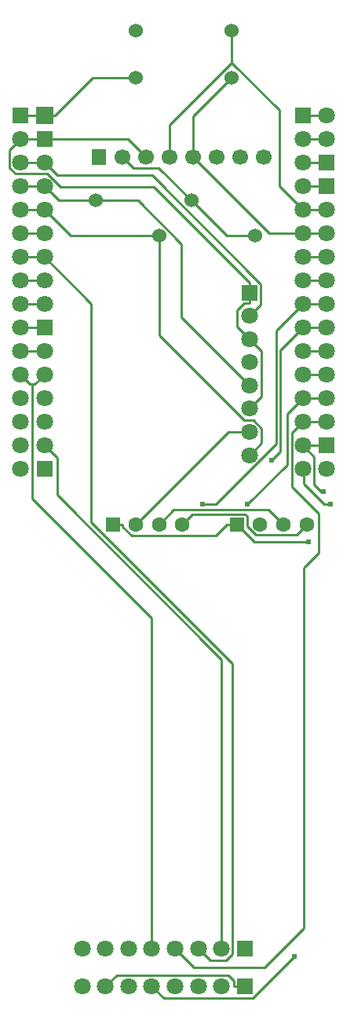
<source format=gbl>
G04 Layer: BottomLayer*
G04 EasyEDA v6.5.29, 2023-07-17 12:51:40*
G04 808404bb7cf74e47bcb3a87537bd774a,526de7724db94d99884824a7b7aad82a,10*
G04 Gerber Generator version 0.2*
G04 Scale: 100 percent, Rotated: No, Reflected: No *
G04 Dimensions in millimeters *
G04 leading zeros omitted , absolute positions ,4 integer and 5 decimal *
%FSLAX45Y45*%
%MOMM*%

%AMMACRO1*21,1,$1,$2,0,0,$3*%
%ADD10C,0.2540*%
%ADD11MACRO1,1.8X1.8X-90.0000*%
%ADD12R,1.8000X1.8000*%
%ADD13C,1.8000*%
%ADD14C,1.5240*%
%ADD15C,1.7000*%
%ADD16R,1.5748X1.7000*%
%ADD17R,1.7000X1.8000*%
%ADD18R,1.8000X1.7000*%
%ADD19C,1.6000*%
%ADD20R,1.6000X1.6000*%
%ADD21C,0.6100*%
%ADD22C,0.6096*%
%ADD23C,0.0164*%

%LPD*%
D10*
X3928872Y9221724D02*
G01*
X3759200Y9052052D01*
X3759200Y8508237D01*
X3329686Y8078723D01*
X2550668Y3289300D02*
G01*
X2753868Y3086100D01*
X3517900Y3086100D01*
X3937000Y3505200D01*
X3937000Y7391400D01*
X4102100Y7556500D01*
X4102100Y7975600D01*
X3810000Y8267700D01*
X3810000Y8849105D01*
X3928872Y8967724D01*
X3928798Y9221777D02*
G01*
X4188005Y9221777D01*
X3928798Y9983777D02*
G01*
X3689200Y9744179D01*
X3689200Y8646949D01*
X3594102Y8551852D01*
X3928798Y9983777D02*
G01*
X4188005Y9983777D01*
X3928798Y10237777D02*
G01*
X3640660Y9949639D01*
X3640660Y8729296D01*
X2990496Y8079132D01*
X2847317Y8079132D01*
X3928798Y10237777D02*
G01*
X4188005Y10237777D01*
X2300683Y2882900D02*
G01*
X2431615Y2751968D01*
X3386968Y2751968D01*
X3835400Y3200400D01*
X3928798Y10745777D02*
G01*
X4188005Y10745777D01*
X3928798Y8967777D02*
G01*
X4188005Y8967777D01*
X3928798Y9475777D02*
G01*
X4188005Y9475777D01*
X3928798Y9729777D02*
G01*
X4188005Y9729777D01*
X2743202Y11823727D02*
G01*
X3567153Y10999777D01*
X3928798Y10999777D01*
X3156612Y12674627D02*
G01*
X2743202Y12261217D01*
X2743202Y11823727D01*
X3928798Y10999777D02*
G01*
X4188005Y10999777D01*
X3969108Y7861302D02*
G01*
X3861005Y7753200D01*
X3419706Y7753200D01*
X3329713Y7843192D01*
X3329713Y7950761D01*
X3305990Y7974484D01*
X2740789Y7974484D01*
X2627607Y7861302D01*
X3161007Y12841277D02*
G01*
X2489202Y12169472D01*
X2489202Y11823727D01*
X3156612Y13182627D02*
G01*
X3156612Y12845671D01*
X3161007Y12841277D01*
X3928798Y11253777D02*
G01*
X3672944Y11509631D01*
X3672944Y12329340D01*
X3161007Y12841277D01*
X3928798Y11253777D02*
G01*
X4188005Y11253777D01*
X3719121Y7861302D02*
G01*
X3561361Y8019061D01*
X2535379Y8019061D01*
X2377620Y7861302D01*
X3928798Y12015777D02*
G01*
X4188005Y12015777D01*
X3928798Y12269777D02*
G01*
X4188005Y12269777D01*
X1011405Y9373034D02*
G01*
X1038252Y9373034D01*
X1140995Y9475777D01*
X881788Y9475777D02*
G01*
X984531Y9373034D01*
X1011405Y9373034D01*
X2300683Y3289302D02*
G01*
X2300683Y6850103D01*
X1011405Y8139381D01*
X1011405Y9373034D01*
X1140995Y10745777D02*
G01*
X1645211Y10241561D01*
X1645211Y7889471D01*
X3172487Y6362194D01*
X3172487Y3229333D01*
X3102841Y3159686D01*
X2930324Y3159686D01*
X2800708Y3289302D01*
X881788Y10745777D02*
G01*
X1140995Y10745777D01*
X881788Y9983777D02*
G01*
X1140995Y9983777D01*
X881788Y10237777D02*
G01*
X1140995Y10237777D01*
X881788Y10491777D02*
G01*
X1140995Y10491777D01*
X3050720Y3289302D02*
G01*
X3050720Y6406847D01*
X1277063Y8180504D01*
X1277063Y8577709D01*
X1140995Y8713777D01*
X881788Y10999777D02*
G01*
X1140995Y10999777D01*
X2380592Y10972802D02*
G01*
X1421970Y10972802D01*
X1140995Y11253777D01*
X3352802Y8609916D02*
G01*
X3486025Y8743139D01*
X3486025Y8896454D01*
X3397582Y8984896D01*
X3295779Y8984896D01*
X2380592Y9900084D01*
X2380592Y10972802D01*
X881788Y11253777D02*
G01*
X1140995Y11253777D01*
X1694792Y11353802D02*
G01*
X1294970Y11353802D01*
X1140995Y11507777D01*
X3352802Y9359902D02*
G01*
X2620520Y10092184D01*
X2620520Y10886823D01*
X2153541Y11353802D01*
X1694792Y11353802D01*
X881788Y11507777D02*
G01*
X1140995Y11507777D01*
X881788Y11761777D02*
G01*
X1140995Y11761777D01*
X3352802Y10109913D02*
G01*
X3472868Y10229979D01*
X3472868Y10455963D01*
X2302969Y11625861D01*
X1276911Y11625861D01*
X1140995Y11761777D01*
X3218919Y7861302D02*
G01*
X3111197Y7861302D01*
X3219122Y7861302D02*
G01*
X3218919Y7861302D01*
X881788Y12015777D02*
G01*
X763475Y11897464D01*
X763475Y11709021D01*
X828804Y11643692D01*
X1172085Y11643692D01*
X1311556Y11504221D01*
X2321384Y11504221D01*
X3352802Y10472803D01*
X881788Y12015777D02*
G01*
X1140995Y12015777D01*
X3352802Y10359900D02*
G01*
X3352802Y10472803D01*
X2235202Y11823727D02*
G01*
X2043153Y12015777D01*
X1140995Y12015777D01*
X3928798Y11507777D02*
G01*
X4188005Y11507777D01*
X3928798Y8713777D02*
G01*
X4188005Y8713777D01*
X3352802Y9859901D02*
G01*
X3484704Y9727999D01*
X3484704Y9241817D01*
X3352802Y9109915D01*
X3352802Y10246997D02*
G01*
X3296338Y10246997D01*
X3220900Y10171559D01*
X3220900Y9991803D01*
X3352802Y9859901D01*
X3352802Y10359900D02*
G01*
X3352802Y10246997D01*
X1877621Y7861302D02*
G01*
X1985520Y7861302D01*
X3111197Y7861302D02*
G01*
X2988210Y7738315D01*
X2081532Y7738315D01*
X1985520Y7834327D01*
X1985520Y7861302D01*
X1140995Y12269777D02*
G01*
X1258902Y12269777D01*
X1258902Y12269777D02*
G01*
X1663753Y12674627D01*
X2126592Y12674627D01*
X881788Y12269777D02*
G01*
X1140995Y12269777D01*
X1981202Y11823727D02*
G01*
X2101877Y11703052D01*
X2375562Y11703052D01*
X2724812Y11353802D01*
X3410612Y10972802D02*
G01*
X3105812Y10972802D01*
X2724812Y11353802D01*
X3928798Y11761777D02*
G01*
X4188005Y11761777D01*
X3300681Y2882902D02*
G01*
X3187778Y2882902D01*
X3187778Y2882902D02*
G01*
X3187778Y2939341D01*
X3123465Y3003654D01*
X1921461Y3003654D01*
X1800710Y2882902D01*
X2127608Y7861302D02*
G01*
X3126209Y8859903D01*
X3352802Y8859903D01*
X881788Y9729777D02*
G01*
X1140995Y9729777D01*
X3928798Y10491777D02*
G01*
X4188005Y10491777D01*
X3928877Y8713726D02*
G01*
X4051300Y8591295D01*
X4051300Y8293100D01*
X4127500Y8216900D01*
X4152900Y8216900D01*
X3987800Y7670800D02*
G01*
X3409614Y7670800D01*
X3219114Y7861300D01*
X3937000Y8521700D02*
G01*
X3937000Y8299704D01*
X4159504Y8077200D01*
X4229100Y8077200D01*
D11*
G01*
X1140993Y12269774D03*
D12*
G01*
X1140993Y12015774D03*
D13*
G01*
X1140993Y11761774D03*
G01*
X1140993Y11507774D03*
G01*
X1140993Y11253774D03*
G01*
X1140993Y10999774D03*
G01*
X1140993Y10745774D03*
G01*
X1140993Y10491774D03*
G01*
X1140993Y10237774D03*
D12*
G01*
X1140993Y9983774D03*
D13*
G01*
X1140993Y9729774D03*
G01*
X1140993Y9475774D03*
G01*
X1140993Y9221774D03*
G01*
X1140993Y8967774D03*
G01*
X1140993Y8713774D03*
D12*
G01*
X1140993Y8459774D03*
D13*
G01*
X4188002Y12269774D03*
G01*
X4188002Y12015774D03*
D12*
G01*
X4188002Y11761774D03*
G01*
X4188002Y11507774D03*
D13*
G01*
X4188002Y11253774D03*
G01*
X4188002Y10999774D03*
G01*
X4188002Y10745774D03*
G01*
X4188002Y10491774D03*
G01*
X4188002Y10237774D03*
G01*
X4188002Y9983774D03*
G01*
X4188002Y9729774D03*
G01*
X4188002Y9475774D03*
G01*
X4188002Y9221774D03*
G01*
X4188002Y8967774D03*
D12*
G01*
X4188002Y8713774D03*
D13*
G01*
X4188002Y8459774D03*
D14*
G01*
X2724810Y11353800D03*
G01*
X1694789Y11353800D03*
D15*
G01*
X3505200Y11823725D03*
G01*
X3251200Y11823725D03*
G01*
X2997200Y11823725D03*
G01*
X2743200Y11823725D03*
G01*
X2489200Y11823725D03*
G01*
X2235200Y11823725D03*
G01*
X1981200Y11823725D03*
D16*
G01*
X1727200Y11823725D03*
D14*
G01*
X3410610Y10972800D03*
G01*
X2380589Y10972800D03*
G01*
X3156610Y13182625D03*
G01*
X2126589Y13182625D03*
G01*
X2126589Y12674625D03*
G01*
X3156610Y12674625D03*
D12*
G01*
X881786Y12269774D03*
D13*
G01*
X881786Y12015774D03*
G01*
X881786Y11761774D03*
G01*
X881786Y11507774D03*
G01*
X881786Y11253774D03*
G01*
X881786Y10999774D03*
G01*
X881786Y10745774D03*
G01*
X881786Y10491774D03*
G01*
X881786Y10237774D03*
G01*
X881786Y9983774D03*
G01*
X881786Y9729774D03*
G01*
X881786Y9475774D03*
G01*
X881786Y9221774D03*
G01*
X881786Y8967774D03*
G01*
X881786Y8713774D03*
G01*
X881786Y8459774D03*
D12*
G01*
X3928795Y12269774D03*
D13*
G01*
X3928795Y12015774D03*
G01*
X3928795Y11761774D03*
G01*
X3928795Y11507774D03*
G01*
X3928795Y11253774D03*
G01*
X3928795Y10999774D03*
G01*
X3928795Y10745774D03*
G01*
X3928795Y10491774D03*
G01*
X3928795Y10237774D03*
G01*
X3928795Y9983774D03*
G01*
X3928795Y9729774D03*
G01*
X3928795Y9475774D03*
G01*
X3928795Y9221774D03*
G01*
X3928795Y8967774D03*
G01*
X3928795Y8713774D03*
G01*
X3928795Y8459774D03*
D17*
G01*
X3300679Y2882900D03*
D13*
G01*
X3050717Y2882900D03*
G01*
X2800705Y2882900D03*
G01*
X2550718Y2882900D03*
G01*
X2300681Y2882900D03*
G01*
X2050719Y2882900D03*
G01*
X1800707Y2882900D03*
G01*
X1550720Y2882900D03*
D17*
G01*
X3300679Y3289300D03*
D13*
G01*
X3050717Y3289300D03*
G01*
X2800705Y3289300D03*
G01*
X2550718Y3289300D03*
G01*
X2300681Y3289300D03*
G01*
X2050719Y3289300D03*
G01*
X1800707Y3289300D03*
G01*
X1550720Y3289300D03*
D18*
G01*
X3352800Y10359897D03*
D13*
G01*
X3352800Y10109911D03*
G01*
X3352800Y9859899D03*
G01*
X3352800Y9609912D03*
G01*
X3352800Y9359900D03*
G01*
X3352800Y9109913D03*
G01*
X3352800Y8859901D03*
G01*
X3352800Y8609914D03*
D19*
G01*
X2377617Y7861300D03*
G01*
X2627604Y7861300D03*
D20*
G01*
X1877618Y7861300D03*
D19*
G01*
X2127605Y7861300D03*
G01*
X3719118Y7861300D03*
G01*
X3969105Y7861300D03*
D20*
G01*
X3219119Y7861300D03*
D19*
G01*
X3469081Y7861300D03*
D21*
G01*
X3329711Y8078723D03*
G01*
X3594100Y8551849D03*
G01*
X2847314Y8079130D03*
G01*
X3835400Y3200400D03*
D22*
G01*
X4152900Y8216900D03*
G01*
X3987800Y7670800D03*
G01*
X4229100Y8077200D03*
M02*

</source>
